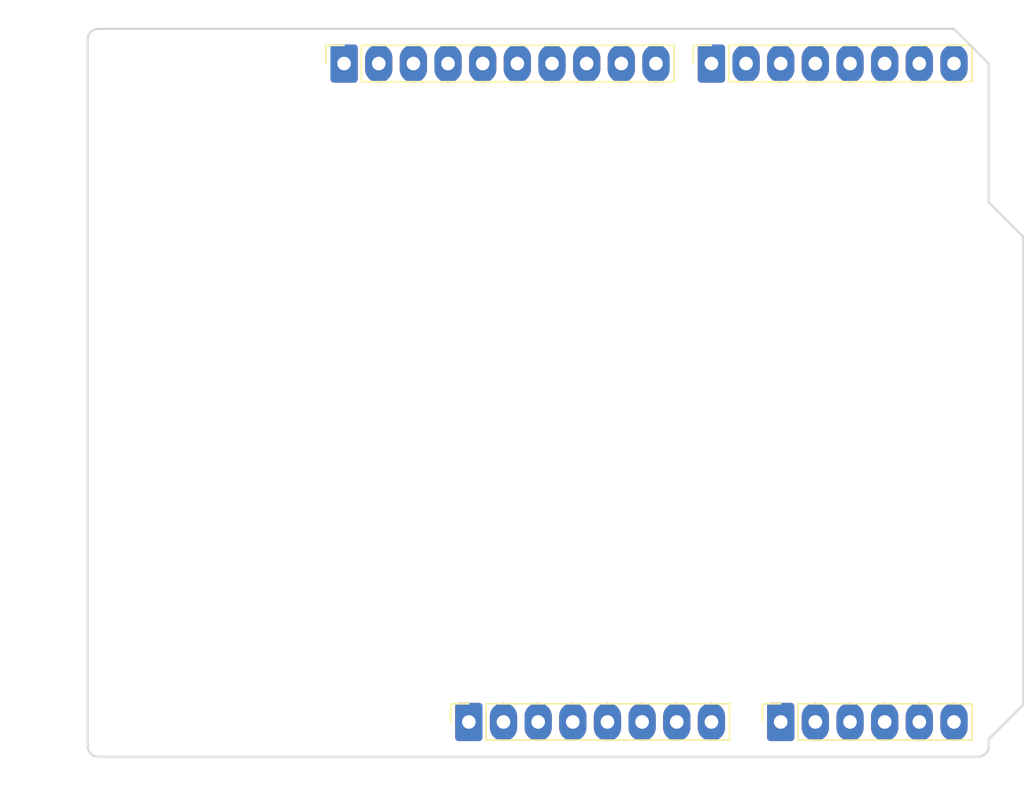
<source format=kicad_pcb>
(kicad_pcb (version 20241229) (generator "pcbnew") (generator_version "9.0")
  (title_block (title "KiCad Shield UNO 4 LED") (date "2024-09-01") (rev "1.0.0") (company "CNRS - Réseau des Electroniciens et Instrumentalistes (RdE)") (comment 1 "Arnauld BIGANZOLI <biganzoli@laplace.univ-tlse.fr>") (comment 2 "Opérateur CAO :") (comment 4 "Réalisation d'une shield 4 LED pour Arduino Uno"))
  (layers (0 "F.Cu" signal) (2 "B.Cu" signal) (13 "F.Paste" user) (15 "B.Paste" user) (5 "F.SilkS" user "F.Silkscreen") (7 "B.SilkS" user "B.Silkscreen") (1 "F.Mask" user) (3 "B.Mask" user) (25 "Edge.Cuts" user))
  (net 0 "")
  (net 1 "GND")
  (net 3 "+5V")
  (net 26 "+3V3")
  (net 27 "VCC")
  (footprint "Connector_PinSocket_2.54mm:PinSocket_1x08_P2.54mm_Vertical" (layer "F.Cu") (at 127.94 97.46 90)
    (property "Reference" "J1" (hide yes))
    (property "Value" "Power")
    (fp_line (start 1.33 -1.33) (end 1.33 0) (stroke (width 0.12)) (layer "F.SilkS"))
    (fp_line (start 0 -1.33) (end 1.33 -1.33) (stroke (width 0.12)) (layer "F.SilkS"))
    (fp_line (start 1.33 1.27) (end 1.33 19.11) (stroke (width 0.12)) (layer "F.SilkS"))
    (fp_line (start -1.33 1.27) (end 1.33 1.27) (stroke (width 0.12)) (layer "F.SilkS"))
    (fp_line (start -1.33 1.27) (end -1.33 19.11) (stroke (width 0.12)) (layer "F.SilkS"))
    (fp_line (start -1.33 19.11) (end 1.33 19.11) (stroke (width 0.12)) (layer "F.SilkS"))
    (pad "1" thru_hole roundrect (at 0 0 90) (size 2.8 2) (drill 1) (layers "*.Cu" "*.Mask") (roundrect_rratio 0.125))
    (pad "2" thru_hole oval (at 0 2.54 90) (size 2.8 2) (drill 1) (layers "*.Cu" "*.Mask"))
    (pad "3" thru_hole oval (at 0 5.08 90) (size 2.8 2) (drill 1) (layers "*.Cu" "*.Mask"))
    (pad "4" thru_hole oval (at 0 7.62 90) (size 2.8 2) (drill 1) (layers "*.Cu" "*.Mask") (net 26 "+3V3"))
    (pad "5" thru_hole oval (at 0 10.16 90) (size 2.8 2) (drill 1) (layers "*.Cu" "*.Mask") (net 3 "+5V"))
    (pad "6" thru_hole oval (at 0 12.7 90) (size 2.8 2) (drill 1) (layers "*.Cu" "*.Mask") (net 1 "GND"))
    (pad "7" thru_hole oval (at 0 15.24 90) (size 2.8 2) (drill 1) (layers "*.Cu" "*.Mask") (net 1 "GND"))
    (pad "8" thru_hole oval (at 0 17.78 90) (size 2.8 2) (drill 1) (layers "*.Cu" "*.Mask") (net 27 "VCC"))
  )
  (footprint "Connector_PinSocket_2.54mm:PinSocket_1x06_P2.54mm_Vertical" (layer "F.Cu") (at 150.8 97.46 90)
    (property "Reference" "J3" (hide yes))
    (property "Value" "Analog")
    (fp_line (start 1.33 -1.33) (end 1.33 0) (stroke (width 0.12)) (layer "F.SilkS"))
    (fp_line (start 0 -1.33) (end 1.33 -1.33) (stroke (width 0.12)) (layer "F.SilkS"))
    (fp_line (start 1.33 1.27) (end 1.33 14.03) (stroke (width 0.12)) (layer "F.SilkS"))
    (fp_line (start -1.33 1.27) (end 1.33 1.27) (stroke (width 0.12)) (layer "F.SilkS"))
    (fp_line (start -1.33 1.27) (end -1.33 14.03) (stroke (width 0.12)) (layer "F.SilkS"))
    (fp_line (start -1.33 14.03) (end 1.33 14.03) (stroke (width 0.12)) (layer "F.SilkS"))
    (pad "1" thru_hole roundrect (at 0 0 90) (size 2.8 2) (drill 1) (layers "*.Cu" "*.Mask") (roundrect_rratio 0.125))
    (pad "2" thru_hole oval (at 0 2.54 90) (size 2.8 2) (drill 1) (layers "*.Cu" "*.Mask"))
    (pad "3" thru_hole oval (at 0 5.08 90) (size 2.8 2) (drill 1) (layers "*.Cu" "*.Mask"))
    (pad "4" thru_hole oval (at 0 7.62 90) (size 2.8 2) (drill 1) (layers "*.Cu" "*.Mask"))
    (pad "5" thru_hole oval (at 0 10.16 90) (size 2.8 2) (drill 1) (layers "*.Cu" "*.Mask"))
    (pad "6" thru_hole oval (at 0 12.7 90) (size 2.8 2) (drill 1) (layers "*.Cu" "*.Mask"))
  )
  (footprint "Connector_PinSocket_2.54mm:PinSocket_1x10_P2.54mm_Vertical" (layer "F.Cu") (at 118.796 49.2 90)
    (property "Reference" "J2" (hide yes))
    (property "Value" "Digital/PWM")
    (fp_line (start 1.33 -1.33) (end 1.33 0) (stroke (width 0.12)) (layer "F.SilkS"))
    (fp_line (start 0 -1.33) (end 1.33 -1.33) (stroke (width 0.12)) (layer "F.SilkS"))
    (fp_line (start 1.33 1.27) (end 1.33 24.19) (stroke (width 0.12)) (layer "F.SilkS"))
    (fp_line (start -1.33 1.27) (end 1.33 1.27) (stroke (width 0.12)) (layer "F.SilkS"))
    (fp_line (start -1.33 1.27) (end -1.33 24.19) (stroke (width 0.12)) (layer "F.SilkS"))
    (fp_line (start -1.33 24.19) (end 1.33 24.19) (stroke (width 0.12)) (layer "F.SilkS"))
    (pad "1" thru_hole roundrect (at 0 0 90) (size 2.8 2) (drill 1) (layers "*.Cu" "*.Mask") (roundrect_rratio 0.125))
    (pad "2" thru_hole oval (at 0 2.54 90) (size 2.8 2) (drill 1) (layers "*.Cu" "*.Mask"))
    (pad "3" thru_hole oval (at 0 5.08 90) (size 2.8 2) (drill 1) (layers "*.Cu" "*.Mask"))
    (pad "4" thru_hole oval (at 0 7.62 90) (size 2.8 2) (drill 1) (layers "*.Cu" "*.Mask") (net 1 "GND"))
    (pad "5" thru_hole oval (at 0 10.16 90) (size 2.8 2) (drill 1) (layers "*.Cu" "*.Mask"))
    (pad "6" thru_hole oval (at 0 12.7 90) (size 2.8 2) (drill 1) (layers "*.Cu" "*.Mask"))
    (pad "7" thru_hole oval (at 0 15.24 90) (size 2.8 2) (drill 1) (layers "*.Cu" "*.Mask"))
    (pad "8" thru_hole oval (at 0 17.78 90) (size 2.8 2) (drill 1) (layers "*.Cu" "*.Mask"))
    (pad "9" thru_hole oval (at 0 20.32 90) (size 2.8 2) (drill 1) (layers "*.Cu" "*.Mask"))
    (pad "10" thru_hole oval (at 0 22.86 90) (size 2.8 2) (drill 1) (layers "*.Cu" "*.Mask"))
  )
  (footprint "Connector_PinSocket_2.54mm:PinSocket_1x08_P2.54mm_Vertical" (layer "F.Cu") (at 145.72 49.2 90)
    (property "Reference" "J4" (hide yes))
    (property "Value" "Digital/PWM")
    (fp_line (start 1.33 -1.33) (end 1.33 0) (stroke (width 0.12)) (layer "F.SilkS"))
    (fp_line (start 0 -1.33) (end 1.33 -1.33) (stroke (width 0.12)) (layer "F.SilkS"))
    (fp_line (start 1.33 1.27) (end 1.33 19.11) (stroke (width 0.12)) (layer "F.SilkS"))
    (fp_line (start -1.33 1.27) (end 1.33 1.27) (stroke (width 0.12)) (layer "F.SilkS"))
    (fp_line (start -1.33 1.27) (end -1.33 19.11) (stroke (width 0.12)) (layer "F.SilkS"))
    (fp_line (start -1.33 19.11) (end 1.33 19.11) (stroke (width 0.12)) (layer "F.SilkS"))
    (pad "1" thru_hole roundrect (at 0 0 90) (size 2.8 2) (drill 1) (layers "*.Cu" "*.Mask") (roundrect_rratio 0.125))
    (pad "2" thru_hole oval (at 0 2.54 90) (size 2.8 2) (drill 1) (layers "*.Cu" "*.Mask"))
    (pad "3" thru_hole oval (at 0 5.08 90) (size 2.8 2) (drill 1) (layers "*.Cu" "*.Mask"))
    (pad "4" thru_hole oval (at 0 7.62 90) (size 2.8 2) (drill 1) (layers "*.Cu" "*.Mask"))
    (pad "5" thru_hole oval (at 0 10.16 90) (size 2.8 2) (drill 1) (layers "*.Cu" "*.Mask"))
    (pad "6" thru_hole oval (at 0 12.7 90) (size 2.8 2) (drill 1) (layers "*.Cu" "*.Mask"))
    (pad "7" thru_hole oval (at 0 15.24 90) (size 2.8 2) (drill 1) (layers "*.Cu" "*.Mask"))
    (pad "8" thru_hole oval (at 0 17.78 90) (size 2.8 2) (drill 1) (layers "*.Cu" "*.Mask"))
  )
  (footprint "Arduino_MountingHole:MountingHole_3.2mm" (layer "F.Cu") (at 115.24 49.2)
    (property "Reference" "MH1" (hide yes))
    (property "Value" "MountingHole_3.2mm" (hide yes))
    (pad "" np_thru_hole circle (at 0 0) (size 3.2 3.2) (drill 3.2) (layers "*.Cu" "*.Mask"))
  )
  (footprint "Arduino_MountingHole:MountingHole_3.2mm" (layer "F.Cu") (at 113.97 97.46)
    (property "Reference" "MH2" (hide yes))
    (property "Value" "MountingHole_3.2mm" (hide yes))
    (pad "" np_thru_hole circle (at 0 0) (size 3.2 3.2) (drill 3.2) (layers "*.Cu" "*.Mask"))
  )
  (footprint "Arduino_MountingHole:MountingHole_3.2mm" (layer "F.Cu") (at 166.04 64.44)
    (property "Reference" "MH3" (hide yes))
    (property "Value" "MountingHole_3.2mm" (hide yes))
    (pad "" np_thru_hole circle (at 0 0) (size 3.2 3.2) (drill 3.2) (layers "*.Cu" "*.Mask"))
  )
  (footprint "Arduino_MountingHole:MountingHole_3.2mm" (layer "F.Cu") (at 166.04 92.38)
    (property "Reference" "MH4" (hide yes))
    (property "Value" "MountingHole_3.2mm" (hide yes))
    (pad "" np_thru_hole circle (at 0 0) (size 3.2 3.2) (drill 3.2) (layers "*.Cu" "*.Mask"))
  )
  (gr_line (start 166.04 59.36) (end 168.58 61.9) (stroke (width 0.15)) (layer "Edge.Cuts"))
  (gr_line (start 100 99.238) (end 100 47.422) (stroke (width 0.15)) (layer "Edge.Cuts"))
  (gr_line (start 168.58 61.9) (end 168.58 96.19) (stroke (width 0.15)) (layer "Edge.Cuts"))
  (gr_line (start 165.278 100) (end 100.762 100) (stroke (width 0.15)) (layer "Edge.Cuts"))
  (gr_line (start 100.762 46.66) (end 163.5 46.66) (stroke (width 0.15)) (layer "Edge.Cuts"))
  (gr_arc (start 100.762 100) (mid 100.223185 99.776815) (end 100 99.238) (stroke (width 0.15)) (layer "Edge.Cuts"))
  (gr_line (start 168.58 96.19) (end 166.04 98.73) (stroke (width 0.15)) (layer "Edge.Cuts"))
  (gr_line (start 163.5 46.66) (end 166.04 49.2) (stroke (width 0.15)) (layer "Edge.Cuts"))
  (gr_arc (start 166.04 99.238) (mid 165.816815 99.776815) (end 165.278 100) (stroke (width 0.15)) (layer "Edge.Cuts"))
  (gr_line (start 166.04 49.2) (end 166.04 59.36) (stroke (width 0.15)) (layer "Edge.Cuts"))
  (gr_line (start 166.04 98.73) (end 166.04 99.238) (stroke (width 0.15)) (layer "Edge.Cuts"))
  (gr_arc (start 100 47.422) (mid 100.223185 46.883185) (end 100.762 46.66) (stroke (width 0.15)) (layer "Edge.Cuts"))
)
</source>
